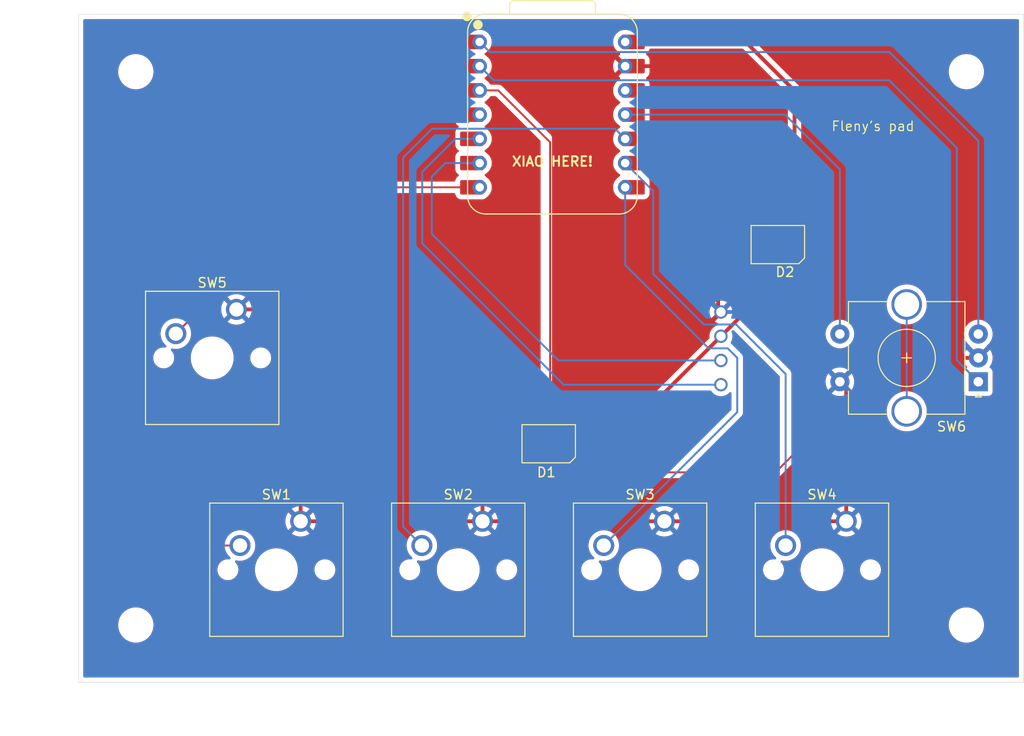
<source format=kicad_pcb>
(kicad_pcb (version 20241229) (generator "pcbnew") (generator_version "9.0")
  (layers (0 "F.Cu" signal) (2 "B.Cu" signal) (13 "F.Paste" user) (15 "B.Paste" user) (5 "F.SilkS" user "F.Silkscreen") (7 "B.SilkS" user "B.Silkscreen") (1 "F.Mask" user) (3 "B.Mask" user) (25 "Edge.Cuts" user))
  (net 0 "")
  (net 1 "+5V")
  (net 2 "Net-(OL1-SDA)")
  (net 3 "Net-(OL1-SCL)")
  (net 4 "Net-(D1-DIN)")
  (net 5 "GND")
  (net 6 "Net-(D1-DOUT)")
  (net 8 "Net-(U1-GPIO0{slash}TX)")
  (net 9 "unconnected-(SW6-PadMP)")
  (net 10 "Net-(U1-GPIO26{slash}ADC0{slash}A0)")
  (net 11 "Net-(U1-GPIO1{slash}RX)")
  (net 12 "Net-(U1-GPIO2{slash}SCK)")
  (net 13 "Net-(U1-GPIO29{slash}ADC3{slash}A3)")
  (net 14 "Net-(U1-GPIO4{slash}MISO)")
  (net 15 "Net-(U1-GPIO27{slash}ADC1{slash}A1)")
  (net 16 "Net-(U1-GPIO3{slash}MOSI)")
  (footprint "Button_Switch_Keyboard:SW_Cherry_MX_1.00u_PCB" (layer "F.Cu") (at 107.315 121.12625)
    (property "Reference" "SW2" (at -2.54 -2.794 0) (layer "F.SilkS"))
    (property "Value" "SW_Push")
    (fp_line (start -9.525 -1.905) (end 4.445 -1.905) (stroke (width 0.12)) (layer "F.SilkS"))
    (fp_line (start -9.525 12.065) (end -9.525 -1.905) (stroke (width 0.12)) (layer "F.SilkS"))
    (fp_line (start 4.445 -1.905) (end 4.445 12.065) (stroke (width 0.12)) (layer "F.SilkS"))
    (fp_line (start 4.445 12.065) (end -9.525 12.065) (stroke (width 0.12)) (layer "F.SilkS"))
    (pad "" np_thru_hole circle (at -7.62 5.08) (size 1.7 1.7) (drill 1.7) (layers "*.Cu" "*.Mask"))
    (pad "" np_thru_hole circle (at -2.54 5.08) (size 4 4) (drill 4) (layers "*.Cu" "*.Mask"))
    (pad "" np_thru_hole circle (at 2.54 5.08) (size 1.7 1.7) (drill 1.7) (layers "*.Cu" "*.Mask"))
    (pad "1" thru_hole circle (at 0 0) (size 2.2 2.2) (drill 1.5) (layers "*.Cu" "*.Mask") (net 5 "GND"))
    (pad "2" thru_hole circle (at -6.35 2.54) (size 2.2 2.2) (drill 1.5) (layers "*.Cu" "*.Mask") (net 14 "Net-(U1-GPIO4{slash}MISO)"))
  )
  (footprint "MountingHole:MountingHole_3.2mm_M3" (layer "F.Cu") (at 71 74)
    (property "Reference" "REF**" (hide yes))
    (property "Value" "MountingHole_3.2mm_M3")
    (pad "" np_thru_hole circle (at 0 0) (size 3.2 3.2) (drill 3.2) (layers "*.Cu" "*.Mask"))
  )
  (footprint "Button_Switch_Keyboard:SW_Cherry_MX_1.00u_PCB" (layer "F.Cu") (at 88.265 121.12625)
    (property "Reference" "SW1" (at -2.54 -2.794 0) (layer "F.SilkS"))
    (property "Value" "SW_Push")
    (fp_line (start -9.525 -1.905) (end 4.445 -1.905) (stroke (width 0.12)) (layer "F.SilkS"))
    (fp_line (start -9.525 12.065) (end -9.525 -1.905) (stroke (width 0.12)) (layer "F.SilkS"))
    (fp_line (start 4.445 -1.905) (end 4.445 12.065) (stroke (width 0.12)) (layer "F.SilkS"))
    (fp_line (start 4.445 12.065) (end -9.525 12.065) (stroke (width 0.12)) (layer "F.SilkS"))
    (pad "" np_thru_hole circle (at -7.62 5.08) (size 1.7 1.7) (drill 1.7) (layers "*.Cu" "*.Mask"))
    (pad "" np_thru_hole circle (at -2.54 5.08) (size 4 4) (drill 4) (layers "*.Cu" "*.Mask"))
    (pad "" np_thru_hole circle (at 2.54 5.08) (size 1.7 1.7) (drill 1.7) (layers "*.Cu" "*.Mask"))
    (pad "1" thru_hole circle (at 0 0) (size 2.2 2.2) (drill 1.5) (layers "*.Cu" "*.Mask") (net 5 "GND"))
    (pad "2" thru_hole circle (at -6.35 2.54) (size 2.2 2.2) (drill 1.5) (layers "*.Cu" "*.Mask") (net 13 "Net-(U1-GPIO29{slash}ADC3{slash}A3)"))
  )
  (footprint "Rotary_Encoder:RotaryEncoder_Alps_EC11E-Switch_Vertical_H20mm_CircularMountingHoles" (layer "F.Cu") (at 159.25 106.5 180)
    (property "Reference" "SW6" (at 2.8 -4.7 0) (layer "F.SilkS"))
    (property "Value" "RotaryEncoder_Switch_MP")
    (fp_line (start 13.6 8.4) (end 9.5 8.4) (stroke (width 0.12)) (layer "F.SilkS"))
    (fp_line (start 13.6 6) (end 13.6 8.4) (stroke (width 0.12)) (layer "F.SilkS"))
    (fp_line (start 13.6 1.2) (end 13.6 3.8) (stroke (width 0.12)) (layer "F.SilkS"))
    (fp_line (start 13.6 -3.4) (end 13.6 -1) (stroke (width 0.12)) (layer "F.SilkS"))
    (fp_line (start 9.5 -3.4) (end 13.6 -3.4) (stroke (width 0.12)) (layer "F.SilkS"))
    (fp_line (start 7.5 2) (end 7.5 3) (stroke (width 0.12)) (layer "F.SilkS"))
    (fp_line (start 7 2.5) (end 8 2.5) (stroke (width 0.12)) (layer "F.SilkS"))
    (fp_line (start 5.5 8.4) (end 1.4 8.4) (stroke (width 0.12)) (layer "F.SilkS"))
    (fp_line (start 5.5 -3.4) (end 1.4 -3.4) (stroke (width 0.12)) (layer "F.SilkS"))
    (fp_line (start 1.4 -3.4) (end 1.4 8.4) (stroke (width 0.12)) (layer "F.SilkS"))
    (fp_line (start 0.3 -1.6) (end 0 -1.3) (stroke (width 0.12)) (layer "F.SilkS"))
    (fp_line (start 0 -1.3) (end -0.3 -1.6) (stroke (width 0.12)) (layer "F.SilkS"))
    (fp_line (start -0.3 -1.6) (end 0.3 -1.6) (stroke (width 0.12)) (layer "F.SilkS"))
    (fp_circle (center 7.5 2.5) (end 10.5 2.5) (stroke (width 0.12)) (fill no) (layer "F.SilkS"))
    (pad "A" thru_hole rect (at 0 0 180) (size 2 2) (drill 1) (layers "*.Cu" "*.Mask") (net 15 "Net-(U1-GPIO27{slash}ADC1{slash}A1)"))
    (pad "B" thru_hole circle (at 0 5 180) (size 2 2) (drill 1) (layers "*.Cu" "*.Mask") (net 10 "Net-(U1-GPIO26{slash}ADC0{slash}A0)"))
    (pad "C" thru_hole circle (at 0 2.5 180) (size 2 2) (drill 1) (layers "*.Cu" "*.Mask") (net 5 "GND"))
    (pad "MP" thru_hole circle (at 7.5 -3.1 180) (size 3.2 3.2) (drill 2.6) (layers "*.Cu" "*.Mask") (net 9 "unconnected-(SW6-PadMP)"))
    (pad "MP" thru_hole circle (at 7.5 8.1 180) (size 3.2 3.2) (drill 2.6) (layers "*.Cu" "*.Mask") (net 9 "unconnected-(SW6-PadMP)"))
    (pad "S1" thru_hole circle (at 14.5 5 180) (size 2 2) (drill 1) (layers "*.Cu" "*.Mask") (net 16 "Net-(U1-GPIO3{slash}MOSI)"))
    (pad "S2" thru_hole circle (at 14.5 0 180) (size 2 2) (drill 1) (layers "*.Cu" "*.Mask") (net 5 "GND"))
  )
  (footprint "KBD:OLED" (layer "F.Cu") (at 132.29 103 90)
    (property "Reference" "OL1")
    (property "Value" "OLED" (hide yes))
    (pad "1" thru_hole circle (at -3.81 0 90) (size 1.4 1.4) (drill 1) (layers "*.Cu" "*.Mask") (net 2 "Net-(OL1-SDA)"))
    (pad "2" thru_hole circle (at -1.27 0 90) (size 1.4 1.4) (drill 1) (layers "*.Cu" "*.Mask") (net 3 "Net-(OL1-SCL)"))
    (pad "3" thru_hole circle (at 1.27 0 90) (size 1.4 1.4) (drill 1) (layers "*.Cu" "*.Mask") (net 1 "+5V"))
    (pad "4" thru_hole circle (at 3.81 0 90) (size 1.4 1.4) (drill 1) (layers "*.Cu" "*.Mask") (net 5 "GND"))
  )
  (footprint "LED_SMD:LED_SK6812MINI_PLCC4_3.5x3.5mm_P1.75mm" (layer "F.Cu") (at 114.25 113)
    (property "Reference" "D1" (at -0.25 3 0) (layer "F.SilkS"))
    (property "Value" "SK6812MINI")
    (fp_line (start -2.8 -2) (end -2.8 2) (stroke (width 0.12)) (layer "F.SilkS"))
    (fp_line (start -2.8 -2) (end 2.8 -2) (stroke (width 0.12)) (layer "F.SilkS"))
    (fp_line (start -2.8 2) (end 2.2 2) (stroke (width 0.12)) (layer "F.SilkS"))
    (fp_line (start 2.8 1.4) (end 2.2 2) (stroke (width 0.12)) (layer "F.SilkS"))
    (fp_line (start 2.8 1.4) (end 2.8 -2) (stroke (width 0.12)) (layer "F.SilkS"))
    (pad "1" smd rect (at -1.75 -0.875) (size 1.6 0.85) (layers "F.Cu" "F.Mask" "F.Paste") (net 6 "Net-(D1-DOUT)"))
    (pad "2" smd rect (at -1.75 0.875) (size 1.6 0.85) (layers "F.Cu" "F.Mask" "F.Paste") (net 5 "GND"))
    (pad "3" smd rect (at 1.75 0.875) (size 1.6 0.85) (layers "F.Cu" "F.Mask" "F.Paste") (net 4 "Net-(D1-DIN)"))
    (pad "4" smd rect (at 1.75 -0.875) (size 1.6 0.85) (layers "F.Cu" "F.Mask" "F.Paste") (net 1 "+5V"))
  )
  (footprint "MountingHole:MountingHole_3.2mm_M3" (layer "F.Cu") (at 158 74)
    (property "Reference" "REF**" (hide yes))
    (property "Value" "MountingHole_3.2mm_M3")
    (pad "" np_thru_hole circle (at 0 0) (size 3.2 3.2) (drill 3.2) (layers "*.Cu" "*.Mask"))
  )
  (footprint "Seeed XIAO:XIAO-RP2040-DIP" (layer "F.Cu") (at 114.64 78.5)
    (property "Reference" "U1" (hide yes))
    (property "Value" "XIAO-RP2040-DIP")
    (fp_line (start -8.89 8.509) (end -8.89 -8.636) (stroke (width 0.127)) (layer "F.SilkS"))
    (fp_line (start -6.985 10.414) (end 6.985 10.414) (stroke (width 0.127)) (layer "F.SilkS"))
    (fp_line (start -4.495 -10.541) (end -4.491272 -11.451272) (stroke (width 0.127)) (layer "F.SilkS"))
    (fp_line (start -3.991272 -11.951) (end 4.004 -11.951) (stroke (width 0.127)) (layer "F.SilkS"))
    (fp_line (start 4.504 -11.451) (end 4.504 -10.541) (stroke (width 0.127)) (layer "F.SilkS"))
    (fp_line (start 6.985 -10.541) (end -6.985 -10.541) (stroke (width 0.1)) (layer "F.SilkS"))
    (fp_line (start 6.985 -10.541) (end -6.985 -10.541) (stroke (width 0.127)) (layer "F.SilkS"))
    (fp_line (start 8.89 8.509) (end 8.89 -8.636) (stroke (width 0.127)) (layer "F.SilkS"))
    (fp_arc (start -8.89 -8.636) (mid -8.332038 -9.983038) (end -6.985 -10.541) (stroke (width 0.127)) (layer "F.SilkS"))
    (fp_arc (start -6.985 10.414) (mid -8.332038 9.856038) (end -8.89 8.509) (stroke (width 0.127)) (layer "F.SilkS"))
    (fp_arc (start -4.491272 -11.451272) (mid -4.344728 -11.80464) (end -3.991272 -11.951) (stroke (width 0.127)) (layer "F.SilkS"))
    (fp_arc (start 4.004 -11.951) (mid 4.357553 -11.804553) (end 4.504 -11.451) (stroke (width 0.127)) (layer "F.SilkS"))
    (fp_arc (start 6.985 -10.541) (mid 8.332038 -9.983038) (end 8.89 -8.636) (stroke (width 0.127)) (layer "F.SilkS"))
    (fp_arc (start 8.89 8.509) (mid 8.332038 9.856038) (end 6.985 10.414) (stroke (width 0.127)) (layer "F.SilkS"))
    (fp_circle (center -8.95 -10.3) (end -8.95 -10.554) (stroke (width 0.5)) (fill yes) (layer "F.SilkS"))
    (fp_circle (center -7.807 -9.42) (end -7.807 -9.674) (stroke (width 0.5)) (fill yes) (layer "F.SilkS"))
    (pad "1" smd roundrect (at -8.455 -7.62 180) (size 2.432 1.524) (layers "F.Cu" "F.Mask") (roundrect_rratio 0.1) (net 10 "Net-(U1-GPIO26{slash}ADC0{slash}A0)"))
    (pad "1" thru_hole circle (at -7.62 -7.62 180) (size 1.524 1.524) (drill 0.889) (layers "*.Cu" "*.Mask") (net 10 "Net-(U1-GPIO26{slash}ADC0{slash}A0)"))
    (pad "2" smd roundrect (at -8.455 -5.08 180) (size 2.432 1.524) (layers "F.Cu" "F.Mask") (roundrect_rratio 0.1) (net 15 "Net-(U1-GPIO27{slash}ADC1{slash}A1)"))
    (pad "2" thru_hole circle (at -7.62 -5.08 180) (size 1.524 1.524) (drill 0.889) (layers "*.Cu" "*.Mask") (net 15 "Net-(U1-GPIO27{slash}ADC1{slash}A1)"))
    (pad "3" smd roundrect (at -8.455 -2.54 180) (size 2.432 1.524) (layers "F.Cu" "F.Mask") (roundrect_rratio 0.1) (net 4 "Net-(D1-DIN)"))
    (pad "3" thru_hole circle (at -7.62 -2.54 180) (size 1.524 1.524) (drill 0.889) (layers "*.Cu" "*.Mask") (net 4 "Net-(D1-DIN)"))
    (pad "4" smd roundrect (at -8.455 0 180) (size 2.432 1.524) (layers "F.Cu" "F.Mask") (roundrect_rratio 0.1) (net 13 "Net-(U1-GPIO29{slash}ADC3{slash}A3)"))
    (pad "4" thru_hole circle (at -7.62 0 180) (size 1.524 1.524) (drill 0.889) (layers "*.Cu" "*.Mask") (net 13 "Net-(U1-GPIO29{slash}ADC3{slash}A3)"))
    (pad "5" smd roundrect (at -8.455 2.54 180) (size 2.432 1.524) (layers "F.Cu" "F.Mask") (roundrect_rratio 0.1) (net 2 "Net-(OL1-SDA)"))
    (pad "5" thru_hole circle (at -7.62 2.54 180) (size 1.524 1.524) (drill 0.889) (layers "*.Cu" "*.Mask") (net 2 "Net-(OL1-SDA)"))
    (pad "6" smd roundrect (at -8.455 5.08 180) (size 2.432 1.524) (layers "F.Cu" "F.Mask") (roundrect_rratio 0.1) (net 3 "Net-(OL1-SCL)"))
    (pad "6" thru_hole circle (at -7.62 5.08 180) (size 1.524 1.524) (drill 0.889) (layers "*.Cu" "*.Mask") (net 3 "Net-(OL1-SCL)"))
    (pad "7" smd roundrect (at -8.455 7.62 180) (size 2.432 1.524) (layers "F.Cu" "F.Mask") (roundrect_rratio 0.1) (net 8 "Net-(U1-GPIO0{slash}TX)"))
    (pad "7" thru_hole circle (at -7.62 7.62 180) (size 1.524 1.524) (drill 0.889) (layers "*.Cu" "*.Mask") (net 8 "Net-(U1-GPIO0{slash}TX)"))
    (pad "8" thru_hole circle (at 7.62 7.62) (size 1.524 1.524) (drill 0.889) (layers "*.Cu" "*.Mask") (net 11 "Net-(U1-GPIO1{slash}RX)"))
    (pad "8" smd roundrect (at 8.455 7.62) (size 2.432 1.524) (layers "F.Cu" "F.Mask") (roundrect_rratio 0.1) (net 11 "Net-(U1-GPIO1{slash}RX)"))
    (pad "9" thru_hole circle (at 7.62 5.08) (size 1.524 1.524) (drill 0.889) (layers "*.Cu" "*.Mask") (net 12 "Net-(U1-GPIO2{slash}SCK)"))
    (pad "9" smd roundrect (at 8.455 5.08) (size 2.432 1.524) (layers "F.Cu" "F.Mask") (roundrect_rratio 0.1) (net 12 "Net-(U1-GPIO2{slash}SCK)"))
    (pad "10" thru_hole circle (at 7.62 2.54) (size 1.524 1.524) (drill 0.889) (layers "*.Cu" "*.Mask") (net 14 "Net-(U1-GPIO4{slash}MISO)"))
    (pad "10" smd roundrect (at 8.455 2.54) (size 2.432 1.524) (layers "F.Cu" "F.Mask") (roundrect_rratio 0.1) (net 14 "Net-(U1-GPIO4{slash}MISO)"))
    (pad "11" thru_hole circle (at 7.62 0) (size 1.524 1.524) (drill 0.889) (layers "*.Cu" "*.Mask") (net 16 "Net-(U1-GPIO3{slash}MOSI)"))
    (pad "11" smd roundrect (at 8.455 0) (size 2.432 1.524) (layers "F.Cu" "F.Mask") (roundrect_rratio 0.1) (net 16 "Net-(U1-GPIO3{slash}MOSI)"))
    (pad "12" thru_hole circle (at 7.62 -2.54) (size 1.524 1.524) (drill 0.889) (layers "*.Cu" "*.Mask"))
    (pad "12" smd roundrect (at 8.455 -2.54) (size 2.432 1.524) (layers "F.Cu" "F.Mask") (roundrect_rratio 0.1))
    (pad "13" thru_hole circle (at 7.62 -5.08) (size 1.524 1.524) (drill 0.889) (layers "*.Cu" "*.Mask") (net 5 "GND"))
    (pad "13" smd roundrect (at 8.455 -5.08) (size 2.432 1.524) (layers "F.Cu" "F.Mask") (roundrect_rratio 0.1) (net 5 "GND"))
    (pad "14" thru_hole circle (at 7.62 -7.62) (size 1.524 1.524) (drill 0.889) (layers "*.Cu" "*.Mask") (net 1 "+5V"))
    (pad "14" smd roundrect (at 8.455 -7.62) (size 2.432 1.524) (layers "F.Cu" "F.Mask") (roundrect_rratio 0.1) (net 1 "+5V"))
  )
  (footprint "MountingHole:MountingHole_3.2mm_M3" (layer "F.Cu") (at 158 132)
    (property "Reference" "REF**" (hide yes))
    (property "Value" "MountingHole_3.2mm_M3")
    (pad "" np_thru_hole circle (at 0 0) (size 3.2 3.2) (drill 3.2) (layers "*.Cu" "*.Mask"))
  )
  (footprint "LED_SMD:LED_SK6812MINI_PLCC4_3.5x3.5mm_P1.75mm" (layer "F.Cu") (at 138.25 92.125)
    (property "Reference" "D2" (at 0.75 2.875 0) (layer "F.SilkS"))
    (property "Value" "SK6812MINI")
    (fp_line (start -2.8 -2) (end -2.8 2) (stroke (width 0.12)) (layer "F.SilkS"))
    (fp_line (start -2.8 -2) (end 2.8 -2) (stroke (width 0.12)) (layer "F.SilkS"))
    (fp_line (start -2.8 2) (end 2.2 2) (stroke (width 0.12)) (layer "F.SilkS"))
    (fp_line (start 2.8 1.4) (end 2.2 2) (stroke (width 0.12)) (layer "F.SilkS"))
    (fp_line (start 2.8 1.4) (end 2.8 -2) (stroke (width 0.12)) (layer "F.SilkS"))
    (pad "1" smd rect (at -1.75 -0.875) (size 1.6 0.85) (layers "F.Cu" "F.Mask" "F.Paste"))
    (pad "2" smd rect (at -1.75 0.875) (size 1.6 0.85) (layers "F.Cu" "F.Mask" "F.Paste") (net 5 "GND"))
    (pad "3" smd rect (at 1.75 0.875) (size 1.6 0.85) (layers "F.Cu" "F.Mask" "F.Paste") (net 6 "Net-(D1-DOUT)"))
    (pad "4" smd rect (at 1.75 -0.875) (size 1.6 0.85) (layers "F.Cu" "F.Mask" "F.Paste") (net 1 "+5V"))
  )
  (footprint "Button_Switch_Keyboard:SW_Cherry_MX_1.00u_PCB" (layer "F.Cu") (at 81.54 98.92)
    (property "Reference" "SW5" (at -2.54 -2.794 0) (layer "F.SilkS"))
    (property "Value" "SW_Push")
    (fp_line (start -9.525 -1.905) (end 4.445 -1.905) (stroke (width 0.12)) (layer "F.SilkS"))
    (fp_line (start -9.525 12.065) (end -9.525 -1.905) (stroke (width 0.12)) (layer "F.SilkS"))
    (fp_line (start 4.445 -1.905) (end 4.445 12.065) (stroke (width 0.12)) (layer "F.SilkS"))
    (fp_line (start 4.445 12.065) (end -9.525 12.065) (stroke (width 0.12)) (layer "F.SilkS"))
    (pad "" np_thru_hole circle (at -7.62 5.08) (size 1.7 1.7) (drill 1.7) (layers "*.Cu" "*.Mask"))
    (pad "" np_thru_hole circle (at -2.54 5.08) (size 4 4) (drill 4) (layers "*.Cu" "*.Mask"))
    (pad "" np_thru_hole circle (at 2.54 5.08) (size 1.7 1.7) (drill 1.7) (layers "*.Cu" "*.Mask"))
    (pad "1" thru_hole circle (at 0 0) (size 2.2 2.2) (drill 1.5) (layers "*.Cu" "*.Mask") (net 5 "GND"))
    (pad "2" thru_hole circle (at -6.35 2.54) (size 2.2 2.2) (drill 1.5) (layers "*.Cu" "*.Mask") (net 8 "Net-(U1-GPIO0{slash}TX)"))
  )
  (footprint "Button_Switch_Keyboard:SW_Cherry_MX_1.00u_PCB" (layer "F.Cu") (at 145.415 121.12625)
    (property "Reference" "SW4" (at -2.54 -2.794 0) (layer "F.SilkS"))
    (property "Value" "SW_Push")
    (fp_line (start -9.525 -1.905) (end 4.445 -1.905) (stroke (width 0.12)) (layer "F.SilkS"))
    (fp_line (start -9.525 12.065) (end -9.525 -1.905) (stroke (width 0.12)) (layer "F.SilkS"))
    (fp_line (start 4.445 -1.905) (end 4.445 12.065) (stroke (width 0.12)) (layer "F.SilkS"))
    (fp_line (start 4.445 12.065) (end -9.525 12.065) (stroke (width 0.12)) (layer "F.SilkS"))
    (pad "" np_thru_hole circle (at -7.62 5.08) (size 1.7 1.7) (drill 1.7) (layers "*.Cu" "*.Mask"))
    (pad "" np_thru_hole circle (at -2.54 5.08) (size 4 4) (drill 4) (layers "*.Cu" "*.Mask"))
    (pad "" np_thru_hole circle (at 2.54 5.08) (size 1.7 1.7) (drill 1.7) (layers "*.Cu" "*.Mask"))
    (pad "1" thru_hole circle (at 0 0) (size 2.2 2.2) (drill 1.5) (layers "*.Cu" "*.Mask") (net 5 "GND"))
    (pad "2" thru_hole circle (at -6.35 2.54) (size 2.2 2.2) (drill 1.5) (layers "*.Cu" "*.Mask") (net 12 "Net-(U1-GPIO2{slash}SCK)"))
  )
  (footprint "MountingHole:MountingHole_3.2mm_M3" (layer "F.Cu") (at 71 132)
    (property "Reference" "REF**" (hide yes))
    (property "Value" "MountingHole_3.2mm_M3")
    (pad "" np_thru_hole circle (at 0 0) (size 3.2 3.2) (drill 3.2) (layers "*.Cu" "*.Mask"))
  )
  (footprint "Button_Switch_Keyboard:SW_Cherry_MX_1.00u_PCB" (layer "F.Cu") (at 126.365 121.12625)
    (property "Reference" "SW3" (at -2.54 -2.794 0) (layer "F.SilkS"))
    (property "Value" "SW_Push")
    (fp_line (start -9.525 -1.905) (end 4.445 -1.905) (stroke (width 0.12)) (layer "F.SilkS"))
    (fp_line (start -9.525 12.065) (end -9.525 -1.905) (stroke (width 0.12)) (layer "F.SilkS"))
    (fp_line (start 4.445 -1.905) (end 4.445 12.065) (stroke (width 0.12)) (layer "F.SilkS"))
    (fp_line (start 4.445 12.065) (end -9.525 12.065) (stroke (width 0.12)) (layer "F.SilkS"))
    (pad "" np_thru_hole circle (at -7.62 5.08) (size 1.7 1.7) (drill 1.7) (layers "*.Cu" "*.Mask"))
    (pad "" np_thru_hole circle (at -2.54 5.08) (size 4 4) (drill 4) (layers "*.Cu" "*.Mask"))
    (pad "" np_thru_hole circle (at 2.54 5.08) (size 1.7 1.7) (drill 1.7) (layers "*.Cu" "*.Mask"))
    (pad "1" thru_hole circle (at 0 0) (size 2.2 2.2) (drill 1.5) (layers "*.Cu" "*.Mask") (net 5 "GND"))
    (pad "2" thru_hole circle (at -6.35 2.54) (size 2.2 2.2) (drill 1.5) (layers "*.Cu" "*.Mask") (net 11 "Net-(U1-GPIO1{slash}RX)"))
  )
  (gr_rect (start 65 68) (end 164 138) (stroke (width 0.05)) (fill no) (layer "Edge.Cuts"))
  (gr_text "XIAO HERE!" (at 110.29 84 0) (layer "F.SilkS") (effects (font (size 1 1) (thickness 0.2) (bold yes)) (justify left bottom)))
  (gr_text "Fleny's pad" (at 143.8 80.3 0) (layer "F.SilkS") (effects (font (size 1 1) (thickness 0.125)) (justify left bottom)))
  (segment (start 121.895 112.125) (end 132.29 101.73) (width 0.4) (layer "F.Cu") (net 1))
  (segment (start 138 93) (end 138 96.02) (width 0.4) (layer "F.Cu") (net 1))
  (segment (start 140 91.25) (end 139.75 91.25) (width 0.4) (layer "F.Cu") (net 1))
  (segment (start 138 96.02) (end 132.29 101.73) (width 0.4) (layer "F.Cu") (net 1))
  (segment (start 116 112.125) (end 121.895 112.125) (width 0.4) (layer "F.Cu") (net 1))
  (segment (start 139.75 91.25) (end 138 93) (width 0.4) (layer "F.Cu") (net 1))
  (segment (start 122.26 70.88) (end 134.88 70.88) (width 0.4) (layer "F.Cu") (net 1))
  (segment (start 140 76) (end 140 91.25) (width 0.4) (layer "F.Cu") (net 1))
  (segment (start 134.88 70.88) (end 140 76) (width 0.4) (layer "F.Cu") (net 1))
  (segment (start 104.46 81.04) (end 107.02 81.04) (width 0.2) (layer "B.Cu") (net 2))
  (segment (start 101 92) (end 101 84.5) (width 0.2) (layer "B.Cu") (net 2))
  (segment (start 101 84.5) (end 104.46 81.04) (width 0.2) (layer "B.Cu") (net 2))
  (segment (start 115.81 106.81) (end 101 92) (width 0.2) (layer "B.Cu") (net 2))
  (segment (start 132.29 106.81) (end 115.81 106.81) (width 0.2) (layer "B.Cu") (net 2))
  (segment (start 115.27 104.27) (end 102 91) (width 0.2) (layer "B.Cu") (net 3))
  (segment (start 132.29 104.27) (end 115.27 104.27) (width 0.2) (layer "B.Cu") (net 3))
  (segment (start 102 85) (end 103.42 83.58) (width 0.2) (layer "B.Cu") (net 3))
  (segment (start 103.42 83.58) (end 107.02 83.58) (width 0.2) (layer "B.Cu") (net 3))
  (segment (start 102 91) (end 102 85) (width 0.2) (layer "B.Cu") (net 3))
  (segment (start 115.775 113.875) (end 114.4 112.5) (width 0.2) (layer "F.Cu") (net 4))
  (segment (start 116 113.875) (end 115.775 113.875) (width 0.2) (layer "F.Cu") (net 4))
  (segment (start 114.4 112.5) (end 114.4 81.4) (width 0.2) (layer "F.Cu") (net 4))
  (segment (start 108.96 75.96) (end 107.02 75.96) (width 0.2) (layer "F.Cu") (net 4))
  (segment (start 114.4 81.4) (end 108.96 75.96) (width 0.2) (layer "F.Cu") (net 4))
  (segment (start 145.415 107.165) (end 144.75 106.5) (width 0.4) (layer "F.Cu") (net 5))
  (segment (start 107.315 119.06) (end 112.5 113.875) (width 0.4) (layer "F.Cu") (net 5))
  (segment (start 107.315 121.12625) (end 107.315 119.06) (width 0.4) (layer "F.Cu") (net 5))
  (segment (start 132 88.5) (end 132 98.9) (width 0.4) (layer "F.Cu") (net 5))
  (segment (start 132 98.9) (end 132.29 99.19) (width 0.4) (layer "F.Cu") (net 5))
  (segment (start 145.415 121.12625) (end 107.315 121.12625) (width 0.4) (layer "F.Cu") (net 5))
  (segment (start 130.42 73.42) (end 132 75) (width 0.4) (layer "F.Cu") (net 5))
  (segment (start 132 75) (end 132 88.5) (width 0.4) (layer "F.Cu") (net 5))
  (segment (start 144.75 106.5) (end 147.25 104) (width 0.4) (layer "F.Cu") (net 5))
  (segment (start 145.415 121.12625) (end 145.415 107.165) (width 0.4) (layer "F.Cu") (net 5))
  (segment (start 122.26 73.42) (end 130.42 73.42) (width 0.4) (layer "F.Cu") (net 5))
  (segment (start 132 88.5) (end 136.5 93) (width 0.4) (layer "F.Cu") (net 5))
  (segment (start 147.25 104) (end 159.25 104) (width 0.4) (layer "F.Cu") (net 5))
  (segment (start 88.265 100.265) (end 88.265 121.12625) (width 0.4) (layer "F.Cu") (net 5))
  (segment (start 81.54 98.92) (end 86.92 98.92) (width 0.4) (layer "F.Cu") (net 5))
  (segment (start 86.92 98.92) (end 88.265 100.265) (width 0.4) (layer "F.Cu") (net 5))
  (segment (start 107.315 121.12625) (end 88.265 121.12625) (width 0.4) (layer "F.Cu") (net 5))
  (segment (start 137.44 99.19) (end 144.75 106.5) (width 0.4) (layer "B.Cu") (net 5))
  (segment (start 132.29 99.19) (end 137.44 99.19) (width 0.4) (layer "B.Cu") (net 5))
  (segment (start 116.25 116) (end 138 116) (width 0.2) (layer "F.Cu") (net 6))
  (segment (start 112.5 112.125) (end 113.125 112.125) (width 0.2) (layer "F.Cu") (net 6))
  (segment (start 140 114) (end 140 93) (width 0.2) (layer "F.Cu") (net 6))
  (segment (start 112.5 112.202) (end 112.5 112.125) (width 0.2) (layer "F.Cu") (net 6))
  (segment (start 114.2 113.2) (end 114.2 113.95) (width 0.2) (layer "F.Cu") (net 6))
  (segment (start 113.125 112.125) (end 114.2 113.2) (width 0.2) (layer "F.Cu") (net 6))
  (segment (start 114.2 113.95) (end 116.25 116) (width 0.2) (layer "F.Cu") (net 6))
  (segment (start 138 116) (end 140 114) (width 0.2) (layer "F.Cu") (net 6))
  (segment (start 90.53 86.12) (end 75.19 101.46) (width 0.2) (layer "F.Cu") (net 8))
  (segment (start 107.02 86.12) (end 90.53 86.12) (width 0.2) (layer "F.Cu") (net 8))
  (segment (start 151.75 98.4) (end 151.75 109.6) (width 0.2) (layer "B.Cu") (net 9))
  (segment (start 149.943 71.943) (end 108.083 71.943) (width 0.2) (layer "B.Cu") (net 10))
  (segment (start 108.083 71.943) (end 107.02 70.88) (width 0.2) (layer "B.Cu") (net 10))
  (segment (start 159.25 101.5) (end 159.25 81.25) (width 0.2) (layer "B.Cu") (net 10))
  (segment (start 159.25 81.25) (end 149.943 71.943) (width 0.2) (layer "B.Cu") (net 10))
  (segment (start 134 109.68125) (end 134 104) (width 0.2) (layer "B.Cu") (net 11))
  (segment (start 134 104) (end 133 103) (width 0.2) (layer "B.Cu") (net 11))
  (segment (start 120.015 123.66625) (end 134 109.68125) (width 0.2) (layer "B.Cu") (net 11))
  (segment (start 122.26 94.26) (end 122.26 86.12) (width 0.2) (layer "B.Cu") (net 11))
  (segment (start 133 103) (end 131 103) (width 0.2) (layer "B.Cu") (net 11))
  (segment (start 131 103) (end 122.26 94.26) (width 0.2) (layer "B.Cu") (net 11))
  (segment (start 130.5 100.5) (end 125.191 95.191) (width 0.2) (layer "B.Cu") (net 12))
  (segment (start 133.882 100.5) (end 130.5 100.5) (width 0.2) (layer "B.Cu") (net 12))
  (segment (start 139.065 105.683) (end 133.882 100.5) (width 0.2) (layer "B.Cu") (net 12))
  (segment (start 125.191 95.191) (end 125.191 86.511) (width 0.2) (layer "B.Cu") (net 12))
  (segment (start 139.065 123.66625) (end 139.065 105.683) (width 0.2) (layer "B.Cu") (net 12))
  (segment (start 125.191 86.511) (end 122.26 83.58) (width 0.2) (layer "B.Cu") (net 12))
  (segment (start 71 99) (end 71 118) (width 0.2) (layer "F.Cu") (net 13))
  (segment (start 76.66625 123.66625) (end 81.915 123.66625) (width 0.2) (layer "F.Cu") (net 13))
  (segment (start 71 118) (end 76.66625 123.66625) (width 0.2) (layer "F.Cu") (net 13))
  (segment (start 91.5 78.5) (end 71 99) (width 0.2) (layer "F.Cu") (net 13))
  (segment (start 107.02 78.5) (end 91.5 78.5) (width 0.2) (layer "F.Cu") (net 13))
  (segment (start 102.023 79.977) (end 99 83) (width 0.2) (layer "B.Cu") (net 14))
  (segment (start 121.197 79.977) (end 102.023 79.977) (width 0.2) (layer "B.Cu") (net 14))
  (segment (start 99 83) (end 99 121.70125) (width 0.2) (layer "B.Cu") (net 14))
  (segment (start 99 121.70125) (end 100.965 123.66625) (width 0.2) (layer "B.Cu") (net 14))
  (segment (start 122.26 81.04) (end 121.197 79.977) (width 0.2) (layer "B.Cu") (net 14))
  (segment (start 149.897 74.897) (end 108.497 74.897) (width 0.2) (layer "B.Cu") (net 15))
  (segment (start 157 82) (end 149.897 74.897) (width 0.2) (layer "B.Cu") (net 15))
  (segment (start 159.25 106.5) (end 157 104.25) (width 0.2) (layer "B.Cu") (net 15))
  (segment (start 108.497 74.897) (end 107.02 73.42) (width 0.2) (layer "B.Cu") (net 15))
  (segment (start 157 104.25) (end 157 82) (width 0.2) (layer "B.Cu") (net 15))
  (segment (start 144.75 84.25) (end 139 78.5) (width 0.2) (layer "B.Cu") (net 16))
  (segment (start 139 78.5) (end 122.26 78.5) (width 0.2) (layer "B.Cu") (net 16))
  (segment (start 144.75 101.5) (end 144.75 84.25) (width 0.2) (layer "B.Cu") (net 16))
  (zone (net 5) (net_name "GND") (layers "F.Cu" "B.Cu") (connect_pads (clearance 0.5)) (min_thickness 0.25) (fill yes (thermal_gap 0.5) (thermal_bridge_width 0.5))
    (polygon (pts (xy 164 68) (xy 164 138) (xy 65 138) (xy 65 68)))
  )
)
</source>
